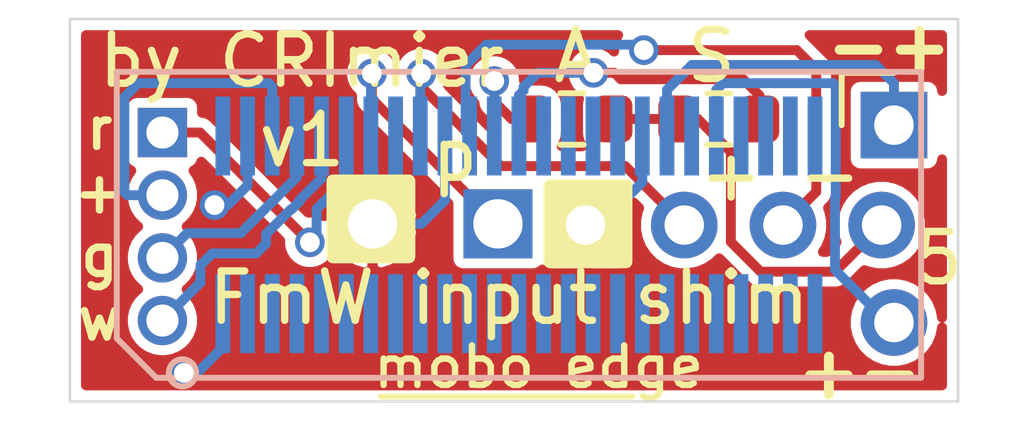
<source format=kicad_pcb>
(kicad_pcb (version 20171130) (host pcbnew 5.1.5+dfsg1-2build2)

  (general
    (thickness 1.6)
    (drawings 17)
    (tracks 113)
    (zones 0)
    (modules 7)
    (nets 49)
  )

  (page A4)
  (layers
    (0 F.Cu signal)
    (31 B.Cu signal)
    (32 B.Adhes user)
    (33 F.Adhes user)
    (34 B.Paste user)
    (35 F.Paste user)
    (36 B.SilkS user)
    (37 F.SilkS user)
    (38 B.Mask user)
    (39 F.Mask user)
    (40 Dwgs.User user)
    (41 Cmts.User user)
    (42 Eco1.User user)
    (43 Eco2.User user)
    (44 Edge.Cuts user)
    (45 Margin user)
    (46 B.CrtYd user)
    (47 F.CrtYd user)
    (48 B.Fab user)
    (49 F.Fab user)
  )

  (setup
    (last_trace_width 0.2)
    (trace_clearance 0.17)
    (zone_clearance 0.508)
    (zone_45_only no)
    (trace_min 0.2)
    (via_size 0.6)
    (via_drill 0.4)
    (via_min_size 0.4)
    (via_min_drill 0.3)
    (uvia_size 0.3)
    (uvia_drill 0.1)
    (uvias_allowed no)
    (uvia_min_size 0.2)
    (uvia_min_drill 0.1)
    (edge_width 0.05)
    (segment_width 0.2)
    (pcb_text_width 0.3)
    (pcb_text_size 1.5 1.5)
    (mod_edge_width 0.12)
    (mod_text_size 1 1)
    (mod_text_width 0.15)
    (pad_size 1.524 1.524)
    (pad_drill 0.762)
    (pad_to_mask_clearance 0.051)
    (solder_mask_min_width 0.25)
    (aux_axis_origin 162 96.25)
    (visible_elements FFFFF77F)
    (pcbplotparams
      (layerselection 0x010fc_ffffffff)
      (usegerberextensions true)
      (usegerberattributes false)
      (usegerberadvancedattributes false)
      (creategerberjobfile false)
      (excludeedgelayer true)
      (linewidth 0.100000)
      (plotframeref false)
      (viasonmask false)
      (mode 1)
      (useauxorigin true)
      (hpglpennumber 1)
      (hpglpenspeed 20)
      (hpglpendiameter 15.000000)
      (psnegative false)
      (psa4output false)
      (plotreference false)
      (plotvalue false)
      (plotinvisibletext false)
      (padsonsilk false)
      (subtractmaskfromsilk true)
      (outputformat 1)
      (mirror false)
      (drillshape 0)
      (scaleselection 1)
      (outputdirectory "gerbers/"))
  )

  (net 0 "")
  (net 1 GND)
  (net 2 /KSI0)
  (net 3 /FPR_LED_COM_5V)
  (net 4 /KSI1)
  (net 5 /FPR_LED_G)
  (net 6 /KSI2)
  (net 7 /FPR_LED_W)
  (net 8 /KSI3)
  (net 9 /FPR_LED_R)
  (net 10 /KSI4)
  (net 11 /SWITCH)
  (net 12 /KSI5)
  (net 13 /FPR_CTRL)
  (net 14 /KSI6)
  (net 15 /USB_P)
  (net 16 /KSI7)
  (net 17 /KSO0)
  (net 18 /USB_N)
  (net 19 /KSO1)
  (net 20 /5VALW)
  (net 21 /KSO2)
  (net 22 /5VS)
  (net 23 /KSO3)
  (net 24 /TP_BOARD_ID)
  (net 25 /KSO4)
  (net 26 /TP_SDA)
  (net 27 /KSO5)
  (net 28 /TP_INT)
  (net 29 /KSO6)
  (net 30 /TP_SCL)
  (net 31 /KSO7)
  (net 32 /KSO8)
  (net 33 /KSO9)
  (net 34 /KSO10)
  (net 35 /KSO11)
  (net 36 /KSO12)
  (net 37 /CAPS_N)
  (net 38 /KSO13)
  (net 39 /KSO14)
  (net 40 /KSO15)
  (net 41 "Net-(J2-Pad1)")
  (net 42 /KBL_PN)
  (net 43 /KBL_NP)
  (net 44 /CAPS_P_5V)
  (net 45 "Net-(J4-Pad4)")
  (net 46 "Net-(J2-Pad20)")
  (net 47 "Net-(J2-Pad22)")
  (net 48 "Net-(J2-Pad25)")

  (net_class Default "This is the default net class."
    (clearance 0.17)
    (trace_width 0.2)
    (via_dia 0.6)
    (via_drill 0.4)
    (uvia_dia 0.3)
    (uvia_drill 0.1)
    (add_net /5VALW)
    (add_net /5VS)
    (add_net /CAPS_N)
    (add_net /CAPS_P_5V)
    (add_net /FPR_CTRL)
    (add_net /FPR_LED_COM_5V)
    (add_net /FPR_LED_G)
    (add_net /FPR_LED_R)
    (add_net /FPR_LED_W)
    (add_net /KBL_NP)
    (add_net /KBL_PN)
    (add_net /KSI0)
    (add_net /KSI1)
    (add_net /KSI2)
    (add_net /KSI3)
    (add_net /KSI4)
    (add_net /KSI5)
    (add_net /KSI6)
    (add_net /KSI7)
    (add_net /KSO0)
    (add_net /KSO1)
    (add_net /KSO10)
    (add_net /KSO11)
    (add_net /KSO12)
    (add_net /KSO13)
    (add_net /KSO14)
    (add_net /KSO15)
    (add_net /KSO2)
    (add_net /KSO3)
    (add_net /KSO4)
    (add_net /KSO5)
    (add_net /KSO6)
    (add_net /KSO7)
    (add_net /KSO8)
    (add_net /KSO9)
    (add_net /SWITCH)
    (add_net /TP_BOARD_ID)
    (add_net /TP_INT)
    (add_net /TP_SCL)
    (add_net /TP_SDA)
    (add_net /USB_N)
    (add_net /USB_P)
    (add_net GND)
    (add_net "Net-(J2-Pad1)")
    (add_net "Net-(J2-Pad20)")
    (add_net "Net-(J2-Pad22)")
    (add_net "Net-(J2-Pad25)")
    (add_net "Net-(J4-Pad4)")
  )

  (module Connector_PinHeader_2.00mm:PinHeader_1x04_P2.00mm_Vertical (layer F.Cu) (tedit 627BA4C9) (tstamp 627BA055)
    (at 154.45 100.425 90)
    (descr "Through hole straight pin header, 1x04, 2.00mm pitch, single row")
    (tags "Through hole pin header THT 1x04 2.00mm single row")
    (path /62797D69)
    (fp_text reference J4 (at 0 -2.06 90) (layer F.SilkS) hide
      (effects (font (size 1 1) (thickness 0.15)))
    )
    (fp_text value USB (at 0 8.06 90) (layer F.Fab)
      (effects (font (size 1 1) (thickness 0.15)))
    )
    (fp_line (start -0.5 -1) (end 1 -1) (layer F.Fab) (width 0.1))
    (fp_line (start 1 -1) (end 1 7) (layer F.Fab) (width 0.1))
    (fp_line (start 1 7) (end -1 7) (layer F.Fab) (width 0.1))
    (fp_line (start -1 7) (end -1 -0.5) (layer F.Fab) (width 0.1))
    (fp_line (start -1 -0.5) (end -0.5 -1) (layer F.Fab) (width 0.1))
    (fp_line (start -1.5 -1.5) (end -1.5 7.5) (layer F.CrtYd) (width 0.05))
    (fp_line (start -1.5 7.5) (end 1.5 7.5) (layer F.CrtYd) (width 0.05))
    (fp_line (start 1.5 7.5) (end 1.5 -1.5) (layer F.CrtYd) (width 0.05))
    (fp_line (start 1.5 -1.5) (end -1.5 -1.5) (layer F.CrtYd) (width 0.05))
    (fp_text user %R (at 0 3 180) (layer F.Fab)
      (effects (font (size 1 1) (thickness 0.15)))
    )
    (pad 1 thru_hole rect (at 0 0 90) (size 1.35 1.35) (drill 0.8) (layers *.Cu *.Mask)
      (net 1 GND))
    (pad 2 thru_hole oval (at 0 2 90) (size 1.35 1.35) (drill 0.8) (layers *.Cu *.Mask)
      (net 15 /USB_P))
    (pad 3 thru_hole oval (at 0 4 90) (size 1.35 1.35) (drill 0.8) (layers *.Cu *.Mask)
      (net 18 /USB_N))
    (pad 4 thru_hole oval (at 0 6 90) (size 1.35 1.35) (drill 0.8) (layers *.Cu *.Mask)
      (net 45 "Net-(J4-Pad4)"))
  )

  (module Connector_PinHeader_1.27mm:PinHeader_1x04_P1.27mm_Vertical (layer F.Cu) (tedit 627BA47F) (tstamp 627B9FAB)
    (at 145.875 98.55)
    (descr "Through hole straight pin header, 1x04, 1.27mm pitch, single row")
    (tags "Through hole pin header THT 1x04 1.27mm single row")
    (path /62798E97)
    (fp_text reference J1 (at 0 -1.695) (layer F.SilkS) hide
      (effects (font (size 1 1) (thickness 0.15)))
    )
    (fp_text value FPR_LED (at 0 5.505) (layer F.Fab)
      (effects (font (size 1 1) (thickness 0.15)))
    )
    (fp_text user %R (at 0 1.905 90) (layer F.Fab)
      (effects (font (size 1 1) (thickness 0.15)))
    )
    (fp_line (start 1.55 -1.15) (end -1.55 -1.15) (layer F.CrtYd) (width 0.05))
    (fp_line (start 1.55 4.95) (end 1.55 -1.15) (layer F.CrtYd) (width 0.05))
    (fp_line (start -1.55 4.95) (end 1.55 4.95) (layer F.CrtYd) (width 0.05))
    (fp_line (start -1.55 -1.15) (end -1.55 4.95) (layer F.CrtYd) (width 0.05))
    (fp_line (start -1.05 -0.11) (end -0.525 -0.635) (layer F.Fab) (width 0.1))
    (fp_line (start -1.05 4.445) (end -1.05 -0.11) (layer F.Fab) (width 0.1))
    (fp_line (start 1.05 4.445) (end -1.05 4.445) (layer F.Fab) (width 0.1))
    (fp_line (start 1.05 -0.635) (end 1.05 4.445) (layer F.Fab) (width 0.1))
    (fp_line (start -0.525 -0.635) (end 1.05 -0.635) (layer F.Fab) (width 0.1))
    (pad 4 thru_hole oval (at 0 3.81) (size 1 1) (drill 0.65) (layers *.Cu *.Mask)
      (net 7 /FPR_LED_W))
    (pad 3 thru_hole oval (at 0 2.54) (size 1 1) (drill 0.65) (layers *.Cu *.Mask)
      (net 5 /FPR_LED_G))
    (pad 2 thru_hole oval (at 0 1.27) (size 1 1) (drill 0.65) (layers *.Cu *.Mask)
      (net 3 /FPR_LED_COM_5V))
    (pad 1 thru_hole rect (at 0 0) (size 1 1) (drill 0.65) (layers *.Cu *.Mask)
      (net 9 /FPR_LED_R))
    (model ${KISYS3DMOD}/LED_THT.3dshapes/LED_D5.0mm-4_RGB.step
      (at (xyz 0 0 0))
      (scale (xyz 1 1 1))
      (rotate (xyz 0 0 90))
    )
  )

  (module Connector_PinHeader_2.54mm:PinHeader_1x02_P2.54mm_Vertical (layer F.Cu) (tedit 627B9D77) (tstamp 627C1DB4)
    (at 152.675 100.4 270)
    (descr "Through hole straight pin header, 1x02, 2.54mm pitch, single row")
    (tags "Through hole pin header THT 1x02 2.54mm single row")
    (path /62794A5A)
    (fp_text reference J3 (at 0 -2.33 90) (layer F.SilkS) hide
      (effects (font (size 1 1) (thickness 0.15)))
    )
    (fp_text value PWRSW (at 0 4.87 90) (layer F.Fab)
      (effects (font (size 1 1) (thickness 0.15)))
    )
    (fp_line (start -0.635 -1.27) (end 1.27 -1.27) (layer F.Fab) (width 0.1))
    (fp_line (start 1.27 -1.27) (end 1.27 3.81) (layer F.Fab) (width 0.1))
    (fp_line (start 1.27 3.81) (end -1.27 3.81) (layer F.Fab) (width 0.1))
    (fp_line (start -1.27 3.81) (end -1.27 -0.635) (layer F.Fab) (width 0.1))
    (fp_line (start -1.27 -0.635) (end -0.635 -1.27) (layer F.Fab) (width 0.1))
    (fp_line (start -1.8 -1.8) (end -1.8 4.35) (layer F.CrtYd) (width 0.05))
    (fp_line (start -1.8 4.35) (end 1.8 4.35) (layer F.CrtYd) (width 0.05))
    (fp_line (start 1.8 4.35) (end 1.8 -1.8) (layer F.CrtYd) (width 0.05))
    (fp_line (start 1.8 -1.8) (end -1.8 -1.8) (layer F.CrtYd) (width 0.05))
    (fp_text user %R (at 0 1.27) (layer F.Fab)
      (effects (font (size 1 1) (thickness 0.15)))
    )
    (pad 1 thru_hole rect (at 0 0 270) (size 1.4 1.4) (drill 1) (layers *.Cu *.Mask)
      (net 11 /SWITCH))
    (pad 2 thru_hole oval (at 0 2.54 270) (size 1.4 1.4) (drill 1) (layers *.Cu *.Mask)
      (net 1 GND))
    (model ${KISYS3DMOD}/Connector_PinHeader_2.54mm.3dshapes/PinHeader_1x02_P2.54mm_Vertical.wrl
      (at (xyz 0 0 0))
      (scale (xyz 1 1 1))
      (rotate (xyz 0 0 0))
    )
  )

  (module Connector_PinHeader_2.00mm:PinHeader_1x02_P2.00mm_Vertical (layer F.Cu) (tedit 627B9C97) (tstamp 627BA081)
    (at 160.7 98.4)
    (descr "Through hole straight pin header, 1x02, 2.00mm pitch, single row")
    (tags "Through hole pin header THT 1x02 2.00mm single row")
    (path /627B74CA)
    (fp_text reference J6 (at 0 -2.06) (layer F.SilkS) hide
      (effects (font (size 1 1) (thickness 0.15)))
    )
    (fp_text value KBL (at 0 4.06) (layer F.Fab)
      (effects (font (size 1 1) (thickness 0.15)))
    )
    (fp_line (start -0.5 -1) (end 1 -1) (layer F.Fab) (width 0.1))
    (fp_line (start 1 -1) (end 1 3) (layer F.Fab) (width 0.1))
    (fp_line (start 1 3) (end -1 3) (layer F.Fab) (width 0.1))
    (fp_line (start -1 3) (end -1 -0.5) (layer F.Fab) (width 0.1))
    (fp_line (start -1 -0.5) (end -0.5 -1) (layer F.Fab) (width 0.1))
    (fp_line (start -1.06 0) (end -1.06 -1.06) (layer F.SilkS) (width 0.12))
    (fp_line (start -1.06 -1.06) (end 0 -1.06) (layer F.SilkS) (width 0.12))
    (fp_line (start -1.5 -1.5) (end -1.5 3.5) (layer F.CrtYd) (width 0.05))
    (fp_line (start -1.5 3.5) (end 1.5 3.5) (layer F.CrtYd) (width 0.05))
    (fp_line (start 1.5 3.5) (end 1.5 -1.5) (layer F.CrtYd) (width 0.05))
    (fp_line (start 1.5 -1.5) (end -1.5 -1.5) (layer F.CrtYd) (width 0.05))
    (fp_text user %R (at 0 1 90) (layer F.Fab)
      (effects (font (size 1 1) (thickness 0.15)))
    )
    (pad 1 thru_hole rect (at 0 0) (size 1.35 1.35) (drill 0.8) (layers *.Cu *.Mask)
      (net 43 /KBL_NP))
    (pad 2 thru_hole oval (at 0 4) (size 1.35 1.35) (drill 0.8) (layers *.Cu *.Mask)
      (net 42 /KBL_PN))
  )

  (module framework_input_brkt:Amphenol_10156001 (layer B.Cu) (tedit 627B9B67) (tstamp 627BA317)
    (at 153.1 100.42)
    (path /627884F8)
    (attr smd)
    (fp_text reference J2 (at -9 -0.1 -90) (layer B.SilkS) hide
      (effects (font (size 1 1) (thickness 0.15)) (justify mirror))
    )
    (fp_text value input_conn (at 0 0) (layer B.Fab)
      (effects (font (size 1 1) (thickness 0.15)) (justify mirror))
    )
    (fp_line (start -7.35 3.1) (end -8.15 2.3) (layer B.SilkS) (width 0.12))
    (fp_line (start -8.15 -3.1) (end -8.15 2.3) (layer B.SilkS) (width 0.12))
    (fp_line (start -7.35 3.1) (end 8.15 3.1) (layer B.SilkS) (width 0.12))
    (fp_line (start 8.15 3.1) (end 8.15 -3.1) (layer B.SilkS) (width 0.12))
    (fp_line (start 8.15 -3.1) (end -8.15 -3.1) (layer B.SilkS) (width 0.12))
    (fp_line (start -6.4 2.85) (end 6.4 2.85) (layer B.CrtYd) (width 0.05))
    (fp_line (start 6.4 2.85) (end 6.4 -2.85) (layer B.CrtYd) (width 0.05))
    (fp_line (start 6.4 -2.85) (end -6.4 -2.85) (layer B.CrtYd) (width 0.05))
    (fp_line (start -6.4 -2.85) (end -6.4 2.85) (layer B.CrtYd) (width 0.05))
    (pad 50 smd rect (at -6 1.8) (size 0.3 1.6) (layers B.Cu B.Paste B.Mask)
      (net 1 GND))
    (pad 1 smd rect (at -6 -1.8) (size 0.3 1.6) (layers B.Cu B.Paste B.Mask)
      (net 41 "Net-(J2-Pad1)"))
    (pad 49 smd rect (at -5.5 1.8) (size 0.3 1.6) (layers B.Cu B.Paste B.Mask)
      (net 2 /KSI0))
    (pad 2 smd rect (at -5.5 -1.8) (size 0.3 1.6) (layers B.Cu B.Paste B.Mask)
      (net 1 GND))
    (pad 48 smd rect (at -5 1.8) (size 0.3 1.6) (layers B.Cu B.Paste B.Mask)
      (net 4 /KSI1))
    (pad 3 smd rect (at -5 -1.8) (size 0.3 1.6) (layers B.Cu B.Paste B.Mask)
      (net 3 /FPR_LED_COM_5V))
    (pad 47 smd rect (at -4.5 1.8) (size 0.3 1.6) (layers B.Cu B.Paste B.Mask)
      (net 6 /KSI2))
    (pad 4 smd rect (at -4.5 -1.8) (size 0.3 1.6) (layers B.Cu B.Paste B.Mask)
      (net 5 /FPR_LED_G))
    (pad 46 smd rect (at -4 1.8) (size 0.3 1.6) (layers B.Cu B.Paste B.Mask)
      (net 8 /KSI3))
    (pad 5 smd rect (at -4 -1.8) (size 0.3 1.6) (layers B.Cu B.Paste B.Mask)
      (net 7 /FPR_LED_W))
    (pad 45 smd rect (at -3.5 1.8) (size 0.3 1.6) (layers B.Cu B.Paste B.Mask)
      (net 10 /KSI4))
    (pad 6 smd rect (at -3.5 -1.8) (size 0.3 1.6) (layers B.Cu B.Paste B.Mask)
      (net 9 /FPR_LED_R))
    (pad 44 smd rect (at -3 1.8) (size 0.3 1.6) (layers B.Cu B.Paste B.Mask)
      (net 12 /KSI5))
    (pad 7 smd rect (at -3 -1.8) (size 0.3 1.6) (layers B.Cu B.Paste B.Mask)
      (net 11 /SWITCH))
    (pad 43 smd rect (at -2.5 1.8) (size 0.3 1.6) (layers B.Cu B.Paste B.Mask)
      (net 14 /KSI6))
    (pad 8 smd rect (at -2.5 -1.8) (size 0.3 1.6) (layers B.Cu B.Paste B.Mask)
      (net 13 /FPR_CTRL))
    (pad 42 smd rect (at -2 1.8) (size 0.3 1.6) (layers B.Cu B.Paste B.Mask)
      (net 16 /KSI7))
    (pad 9 smd rect (at -2 -1.8) (size 0.3 1.6) (layers B.Cu B.Paste B.Mask)
      (net 15 /USB_P))
    (pad 41 smd rect (at -1.5 1.8) (size 0.3 1.6) (layers B.Cu B.Paste B.Mask)
      (net 17 /KSO0))
    (pad 10 smd rect (at -1.5 -1.8) (size 0.3 1.6) (layers B.Cu B.Paste B.Mask)
      (net 1 GND))
    (pad 40 smd rect (at -1 1.8) (size 0.3 1.6) (layers B.Cu B.Paste B.Mask)
      (net 19 /KSO1))
    (pad 11 smd rect (at -1 -1.8) (size 0.3 1.6) (layers B.Cu B.Paste B.Mask)
      (net 18 /USB_N))
    (pad 39 smd rect (at -0.5 1.8) (size 0.3 1.6) (layers B.Cu B.Paste B.Mask)
      (net 21 /KSO2))
    (pad 12 smd rect (at -0.5 -1.8) (size 0.3 1.6) (layers B.Cu B.Paste B.Mask)
      (net 20 /5VALW))
    (pad 38 smd rect (at 0 1.8) (size 0.3 1.6) (layers B.Cu B.Paste B.Mask)
      (net 23 /KSO3))
    (pad 13 smd rect (at 0 -1.8) (size 0.3 1.6) (layers B.Cu B.Paste B.Mask)
      (net 22 /5VS))
    (pad 37 smd rect (at 0.5 1.8) (size 0.3 1.6) (layers B.Cu B.Paste B.Mask)
      (net 25 /KSO4))
    (pad 14 smd rect (at 0.5 -1.8) (size 0.3 1.6) (layers B.Cu B.Paste B.Mask)
      (net 24 /TP_BOARD_ID))
    (pad 36 smd rect (at 1 1.8) (size 0.3 1.6) (layers B.Cu B.Paste B.Mask)
      (net 27 /KSO5))
    (pad 15 smd rect (at 1 -1.8) (size 0.3 1.6) (layers B.Cu B.Paste B.Mask)
      (net 26 /TP_SDA))
    (pad 35 smd rect (at 1.5 1.8) (size 0.3 1.6) (layers B.Cu B.Paste B.Mask)
      (net 29 /KSO6))
    (pad 16 smd rect (at 1.5 -1.8) (size 0.3 1.6) (layers B.Cu B.Paste B.Mask)
      (net 28 /TP_INT))
    (pad 34 smd rect (at 2 1.8) (size 0.3 1.6) (layers B.Cu B.Paste B.Mask)
      (net 31 /KSO7))
    (pad 17 smd rect (at 2 -1.8) (size 0.3 1.6) (layers B.Cu B.Paste B.Mask)
      (net 30 /TP_SCL))
    (pad 33 smd rect (at 2.5 1.8) (size 0.3 1.6) (layers B.Cu B.Paste B.Mask)
      (net 32 /KSO8))
    (pad 18 smd rect (at 2.5 -1.8) (size 0.3 1.6) (layers B.Cu B.Paste B.Mask)
      (net 1 GND))
    (pad 32 smd rect (at 3 1.8) (size 0.3 1.6) (layers B.Cu B.Paste B.Mask)
      (net 33 /KSO9))
    (pad 19 smd rect (at 3 -1.8) (size 0.3 1.6) (layers B.Cu B.Paste B.Mask)
      (net 43 /KBL_NP))
    (pad 31 smd rect (at 3.5 1.8) (size 0.3 1.6) (layers B.Cu B.Paste B.Mask)
      (net 34 /KSO10))
    (pad 20 smd rect (at 3.5 -1.8) (size 0.3 1.6) (layers B.Cu B.Paste B.Mask)
      (net 46 "Net-(J2-Pad20)"))
    (pad 30 smd rect (at 4 1.8) (size 0.3 1.6) (layers B.Cu B.Paste B.Mask)
      (net 35 /KSO11))
    (pad 21 smd rect (at 4 -1.8) (size 0.3 1.6) (layers B.Cu B.Paste B.Mask)
      (net 42 /KBL_PN))
    (pad 29 smd rect (at 4.5 1.8) (size 0.3 1.6) (layers B.Cu B.Paste B.Mask)
      (net 36 /KSO12))
    (pad 22 smd rect (at 4.5 -1.8) (size 0.3 1.6) (layers B.Cu B.Paste B.Mask)
      (net 47 "Net-(J2-Pad22)"))
    (pad 28 smd rect (at 5 1.8) (size 0.3 1.6) (layers B.Cu B.Paste B.Mask)
      (net 38 /KSO13))
    (pad 23 smd rect (at 5 -1.8) (size 0.3 1.6) (layers B.Cu B.Paste B.Mask)
      (net 37 /CAPS_N))
    (pad 27 smd rect (at 5.5 1.8) (size 0.3 1.6) (layers B.Cu B.Paste B.Mask)
      (net 39 /KSO14))
    (pad 24 smd rect (at 5.5 -1.8) (size 0.3 1.6) (layers B.Cu B.Paste B.Mask)
      (net 44 /CAPS_P_5V))
    (pad 26 smd rect (at 6 1.8) (size 0.3 1.6) (layers B.Cu B.Paste B.Mask)
      (net 40 /KSO15))
    (pad 25 smd rect (at 6 -1.8) (size 0.3 1.6) (layers B.Cu B.Paste B.Mask)
      (net 48 "Net-(J2-Pad25)"))
  )

  (module Resistor_SMD:R_0603_1608Metric (layer F.Cu) (tedit 5F68FEEE) (tstamp 627BA0A3)
    (at 154.175 98.275 180)
    (descr "Resistor SMD 0603 (1608 Metric), square (rectangular) end terminal, IPC_7351 nominal, (Body size source: IPC-SM-782 page 72, https://www.pcb-3d.com/wordpress/wp-content/uploads/ipc-sm-782a_amendment_1_and_2.pdf), generated with kicad-footprint-generator")
    (tags resistor)
    (path /627A825A)
    (attr smd)
    (fp_text reference R2 (at 0 -1.43) (layer F.SilkS) hide
      (effects (font (size 1 1) (thickness 0.15)))
    )
    (fp_text value NC (at 0 1.43) (layer F.Fab)
      (effects (font (size 1 1) (thickness 0.15)))
    )
    (fp_line (start -0.8 0.4125) (end -0.8 -0.4125) (layer F.Fab) (width 0.1))
    (fp_line (start -0.8 -0.4125) (end 0.8 -0.4125) (layer F.Fab) (width 0.1))
    (fp_line (start 0.8 -0.4125) (end 0.8 0.4125) (layer F.Fab) (width 0.1))
    (fp_line (start 0.8 0.4125) (end -0.8 0.4125) (layer F.Fab) (width 0.1))
    (fp_line (start -0.237258 -0.5225) (end 0.237258 -0.5225) (layer F.SilkS) (width 0.12))
    (fp_line (start -0.237258 0.5225) (end 0.237258 0.5225) (layer F.SilkS) (width 0.12))
    (fp_line (start -1.48 0.73) (end -1.48 -0.73) (layer F.CrtYd) (width 0.05))
    (fp_line (start -1.48 -0.73) (end 1.48 -0.73) (layer F.CrtYd) (width 0.05))
    (fp_line (start 1.48 -0.73) (end 1.48 0.73) (layer F.CrtYd) (width 0.05))
    (fp_line (start 1.48 0.73) (end -1.48 0.73) (layer F.CrtYd) (width 0.05))
    (fp_text user %R (at 0 0) (layer F.Fab)
      (effects (font (size 0.4 0.4) (thickness 0.06)))
    )
    (pad 1 smd roundrect (at -0.825 0 180) (size 0.8 0.95) (layers F.Cu F.Paste F.Mask) (roundrect_rratio 0.25)
      (net 45 "Net-(J4-Pad4)"))
    (pad 2 smd roundrect (at 0.825 0 180) (size 0.8 0.95) (layers F.Cu F.Paste F.Mask) (roundrect_rratio 0.25)
      (net 20 /5VALW))
    (model ${KISYS3DMOD}/Resistor_SMD.3dshapes/R_0603_1608Metric.wrl
      (at (xyz 0 0 0))
      (scale (xyz 1 1 1))
      (rotate (xyz 0 0 0))
    )
  )

  (module Resistor_SMD:R_0603_1608Metric (layer F.Cu) (tedit 5F68FEEE) (tstamp 627BA092)
    (at 157.15 98.275 180)
    (descr "Resistor SMD 0603 (1608 Metric), square (rectangular) end terminal, IPC_7351 nominal, (Body size source: IPC-SM-782 page 72, https://www.pcb-3d.com/wordpress/wp-content/uploads/ipc-sm-782a_amendment_1_and_2.pdf), generated with kicad-footprint-generator")
    (tags resistor)
    (path /627AB405)
    (attr smd)
    (fp_text reference R1 (at 0 -1.43) (layer F.SilkS) hide
      (effects (font (size 1 1) (thickness 0.15)))
    )
    (fp_text value 0R (at 0 1.43) (layer F.Fab)
      (effects (font (size 1 1) (thickness 0.15)))
    )
    (fp_line (start -0.8 0.4125) (end -0.8 -0.4125) (layer F.Fab) (width 0.1))
    (fp_line (start -0.8 -0.4125) (end 0.8 -0.4125) (layer F.Fab) (width 0.1))
    (fp_line (start 0.8 -0.4125) (end 0.8 0.4125) (layer F.Fab) (width 0.1))
    (fp_line (start 0.8 0.4125) (end -0.8 0.4125) (layer F.Fab) (width 0.1))
    (fp_line (start -0.237258 -0.5225) (end 0.237258 -0.5225) (layer F.SilkS) (width 0.12))
    (fp_line (start -0.237258 0.5225) (end 0.237258 0.5225) (layer F.SilkS) (width 0.12))
    (fp_line (start -1.48 0.73) (end -1.48 -0.73) (layer F.CrtYd) (width 0.05))
    (fp_line (start -1.48 -0.73) (end 1.48 -0.73) (layer F.CrtYd) (width 0.05))
    (fp_line (start 1.48 -0.73) (end 1.48 0.73) (layer F.CrtYd) (width 0.05))
    (fp_line (start 1.48 0.73) (end -1.48 0.73) (layer F.CrtYd) (width 0.05))
    (fp_text user %R (at 0 0) (layer F.Fab)
      (effects (font (size 0.4 0.4) (thickness 0.06)))
    )
    (pad 1 smd roundrect (at -0.825 0 180) (size 0.8 0.95) (layers F.Cu F.Paste F.Mask) (roundrect_rratio 0.25)
      (net 22 /5VS))
    (pad 2 smd roundrect (at 0.825 0 180) (size 0.8 0.95) (layers F.Cu F.Paste F.Mask) (roundrect_rratio 0.25)
      (net 45 "Net-(J4-Pad4)"))
    (model ${KISYS3DMOD}/Resistor_SMD.3dshapes/R_0603_1608Metric.wrl
      (at (xyz 0 0 0))
      (scale (xyz 1 1 1))
      (rotate (xyz 0 0 0))
    )
  )

  (gr_line (start 150.3 103.9) (end 155.4 103.9) (layer F.SilkS) (width 0.12))
  (gr_text "mobo edge" (at 153.5 103.3) (layer F.SilkS)
    (effects (font (size 0.8 0.8) (thickness 0.13)))
  )
  (gr_text 5 (at 161.6 101.1) (layer F.SilkS)
    (effects (font (size 1 1) (thickness 0.15)))
  )
  (gr_text "+ -" (at 158.4 99.4) (layer F.SilkS)
    (effects (font (size 1 1) (thickness 0.15)))
  )
  (gr_text "r\n+\ng\nw" (at 144.6 100.4) (layer F.SilkS)
    (effects (font (size 0.8 0.8) (thickness 0.15)))
  )
  (gr_text p (at 151.8 99) (layer F.SilkS)
    (effects (font (size 1 1) (thickness 0.15)))
  )
  (gr_text -+ (at 160.6 96.8) (layer F.SilkS) (tstamp 627C3131)
    (effects (font (size 1 1) (thickness 0.2)))
  )
  (gr_text +- (at 160 103.4) (layer F.SilkS)
    (effects (font (size 1 1) (thickness 0.2)))
  )
  (gr_text S (at 157 97) (layer F.SilkS)
    (effects (font (size 1 1) (thickness 0.15)))
  )
  (gr_text A (at 154.25 97) (layer F.SilkS)
    (effects (font (size 1 1) (thickness 0.15)))
  )
  (gr_text "FmW input shim" (at 152.9 101.9) (layer F.SilkS)
    (effects (font (size 1 1) (thickness 0.15)))
  )
  (gr_text "by CRImier\nv1" (at 148.7 97.9) (layer F.SilkS)
    (effects (font (size 1 1) (thickness 0.15)))
  )
  (gr_line (start 144 96.25) (end 162 96.25) (layer Edge.Cuts) (width 0.05) (tstamp 627C283C))
  (gr_line (start 144 104) (end 144 96.25) (layer Edge.Cuts) (width 0.05))
  (gr_line (start 162 104) (end 144 104) (layer Edge.Cuts) (width 0.05))
  (gr_line (start 162 96.25) (end 162 104) (layer Edge.Cuts) (width 0.05))
  (gr_circle (center 146.28 103.42) (end 146.37 103.16) (layer B.SilkS) (width 0.12))

  (segment (start 150.1 100.175) (end 149.85 100.425) (width 0.25) (layer B.Cu) (net 1))
  (segment (start 154.731002 100.425) (end 154.45 100.425) (width 0.2) (layer B.Cu) (net 1))
  (segment (start 155.6 99.556002) (end 154.731002 100.425) (width 0.2) (layer B.Cu) (net 1))
  (segment (start 155.6 98.62) (end 155.6 99.556002) (width 0.2) (layer B.Cu) (net 1))
  (segment (start 151.124949 100.4) (end 150.135 100.4) (width 0.2) (layer B.Cu) (net 1))
  (segment (start 151.6 99.924949) (end 151.124949 100.4) (width 0.2) (layer B.Cu) (net 1))
  (segment (start 151.6 98.62) (end 151.6 99.924949) (width 0.2) (layer B.Cu) (net 1))
  (via (at 146.31 103.42) (size 0.6) (drill 0.4) (layers F.Cu B.Cu) (net 1))
  (via (at 146.93 100.02) (size 0.6) (drill 0.4) (layers F.Cu B.Cu) (net 1))
  (segment (start 147.2 100.02) (end 146.93 100.02) (width 0.2) (layer B.Cu) (net 1))
  (segment (start 147.6 99.62) (end 147.2 100.02) (width 0.2) (layer B.Cu) (net 1))
  (segment (start 147.6 98.62) (end 147.6 99.62) (width 0.2) (layer B.Cu) (net 1))
  (segment (start 146.58 103.42) (end 146.31 103.42) (width 0.2) (layer B.Cu) (net 1))
  (segment (start 147.1 102.9) (end 146.58 103.42) (width 0.2) (layer B.Cu) (net 1))
  (segment (start 147.1 102.22) (end 147.1 102.9) (width 0.2) (layer B.Cu) (net 1))
  (segment (start 145.167894 99.82) (end 145.875 99.82) (width 0.2) (layer B.Cu) (net 3))
  (segment (start 145.104999 99.757105) (end 145.167894 99.82) (width 0.2) (layer B.Cu) (net 3))
  (segment (start 145.388999 97.549999) (end 145.104999 97.833999) (width 0.2) (layer B.Cu) (net 3))
  (segment (start 148.029999 97.549999) (end 145.388999 97.549999) (width 0.2) (layer B.Cu) (net 3))
  (segment (start 145.104999 97.833999) (end 145.104999 99.757105) (width 0.2) (layer B.Cu) (net 3))
  (segment (start 148.1 97.62) (end 148.029999 97.549999) (width 0.2) (layer B.Cu) (net 3))
  (segment (start 148.1 98.62) (end 148.1 97.62) (width 0.2) (layer B.Cu) (net 3))
  (segment (start 148.6 98.62) (end 148.6 99.325) (width 0.2) (layer B.Cu) (net 5))
  (segment (start 147.46285 100.590001) (end 146.374999 100.590001) (width 0.2) (layer B.Cu) (net 5))
  (segment (start 146.374999 100.590001) (end 145.875 101.09) (width 0.2) (layer B.Cu) (net 5))
  (segment (start 148.6 99.452851) (end 147.46285 100.590001) (width 0.2) (layer B.Cu) (net 5))
  (segment (start 148.6 98.62) (end 148.6 99.452851) (width 0.2) (layer B.Cu) (net 5))
  (segment (start 149.1 98.62) (end 149.1 99.476124) (width 0.2) (layer B.Cu) (net 7))
  (segment (start 146.645001 101.238997) (end 146.645001 101.589999) (width 0.2) (layer B.Cu) (net 7))
  (segment (start 149.1 99.476124) (end 148.65 99.926124) (width 0.2) (layer B.Cu) (net 7))
  (segment (start 148.475 100.108398) (end 147.975 100.608398) (width 0.2) (layer B.Cu) (net 7))
  (segment (start 148.65 99.926124) (end 148.65 99.95) (width 0.2) (layer B.Cu) (net 7))
  (segment (start 147.975 100.8) (end 147.775 101) (width 0.2) (layer B.Cu) (net 7))
  (segment (start 146.645001 101.589999) (end 146.374999 101.860001) (width 0.2) (layer B.Cu) (net 7))
  (segment (start 148.65 99.95) (end 148.491602 100.108398) (width 0.2) (layer B.Cu) (net 7))
  (segment (start 148.491602 100.108398) (end 148.475 100.108398) (width 0.2) (layer B.Cu) (net 7))
  (segment (start 147.975 100.608398) (end 147.975 100.8) (width 0.2) (layer B.Cu) (net 7))
  (segment (start 146.883998 101) (end 146.645001 101.238997) (width 0.2) (layer B.Cu) (net 7))
  (segment (start 147.775 101) (end 146.883998 101) (width 0.2) (layer B.Cu) (net 7))
  (segment (start 146.374999 101.860001) (end 145.875 102.36) (width 0.2) (layer B.Cu) (net 7))
  (segment (start 149.6 98.85) (end 149.575001 98.874999) (width 0.25) (layer B.Cu) (net 9))
  (segment (start 149.6 98.62) (end 149.6 98.85) (width 0.25) (layer B.Cu) (net 9))
  (via (at 148.862797 100.774615) (size 0.6) (drill 0.4) (layers F.Cu B.Cu) (net 9))
  (segment (start 146.638182 98.55) (end 148.462798 100.374616) (width 0.2) (layer F.Cu) (net 9))
  (segment (start 145.875 98.55) (end 146.638182 98.55) (width 0.2) (layer F.Cu) (net 9))
  (segment (start 148.462798 100.374616) (end 148.862797 100.774615) (width 0.2) (layer F.Cu) (net 9))
  (segment (start 149 100.637412) (end 148.862797 100.774615) (width 0.2) (layer B.Cu) (net 9))
  (segment (start 149 100.099398) (end 149 100.637412) (width 0.2) (layer B.Cu) (net 9))
  (segment (start 149.6 99.499398) (end 149 100.099398) (width 0.2) (layer B.Cu) (net 9))
  (segment (start 149.6 98.62) (end 149.6 99.499398) (width 0.2) (layer B.Cu) (net 9))
  (via (at 150.118939 97.355995) (size 0.6) (drill 0.4) (layers F.Cu B.Cu) (net 11))
  (segment (start 150.1 97.374934) (end 150.118939 97.355995) (width 0.2) (layer B.Cu) (net 11))
  (segment (start 150.1 98.62) (end 150.1 97.374934) (width 0.2) (layer B.Cu) (net 11))
  (segment (start 152.65 100.4) (end 152.675 100.4) (width 0.2) (layer F.Cu) (net 11))
  (segment (start 150.118939 97.868939) (end 152.65 100.4) (width 0.2) (layer F.Cu) (net 11))
  (segment (start 150.118939 97.355995) (end 150.118939 97.868939) (width 0.2) (layer F.Cu) (net 11))
  (via (at 151.118916 97.356012) (size 0.6) (drill 0.4) (layers F.Cu B.Cu) (net 15))
  (segment (start 151.1 97.374928) (end 151.118916 97.356012) (width 0.2) (layer B.Cu) (net 15))
  (segment (start 151.1 98.62) (end 151.1 97.374928) (width 0.2) (layer B.Cu) (net 15))
  (segment (start 152.73 99.23) (end 151.118916 97.618916) (width 0.2) (layer F.Cu) (net 15))
  (segment (start 151.118916 97.618916) (end 151.118916 97.356012) (width 0.2) (layer F.Cu) (net 15))
  (segment (start 155.255 99.23) (end 152.73 99.23) (width 0.2) (layer F.Cu) (net 15))
  (segment (start 156.45 100.425) (end 155.255 99.23) (width 0.2) (layer F.Cu) (net 15))
  (segment (start 158.45 100.425) (end 159.124999 99.750001) (width 0.2) (layer F.Cu) (net 18))
  (segment (start 159.124999 99.750001) (end 159.124999 97.274999) (width 0.2) (layer F.Cu) (net 18))
  (via (at 155.63 96.88) (size 0.6) (drill 0.4) (layers F.Cu B.Cu) (net 18))
  (segment (start 158.73 96.88) (end 159.124999 97.274999) (width 0.2) (layer F.Cu) (net 18))
  (segment (start 155.63 96.88) (end 158.73 96.88) (width 0.2) (layer F.Cu) (net 18))
  (segment (start 155.52 96.77) (end 155.63 96.88) (width 0.2) (layer B.Cu) (net 18))
  (segment (start 152.436396 96.77) (end 155.52 96.77) (width 0.2) (layer B.Cu) (net 18))
  (segment (start 152.020001 97.186395) (end 152.436396 96.77) (width 0.2) (layer B.Cu) (net 18))
  (segment (start 152.020001 98.540001) (end 152.020001 97.186395) (width 0.2) (layer B.Cu) (net 18))
  (segment (start 152.1 98.62) (end 152.020001 98.540001) (width 0.2) (layer B.Cu) (net 18))
  (segment (start 152.95 98.275) (end 152.600001 97.925001) (width 0.2) (layer F.Cu) (net 20))
  (via (at 152.600001 97.506295) (size 0.6) (drill 0.4) (layers F.Cu B.Cu) (net 20))
  (segment (start 153.35 98.275) (end 152.95 98.275) (width 0.2) (layer F.Cu) (net 20))
  (segment (start 152.600001 97.925001) (end 152.600001 97.506295) (width 0.2) (layer F.Cu) (net 20))
  (segment (start 152.6 98.62) (end 152.600001 97.619999) (width 0.2) (layer B.Cu) (net 20))
  (segment (start 152.600001 97.619999) (end 152.600001 97.506295) (width 0.2) (layer B.Cu) (net 20))
  (segment (start 155.164254 97.47) (end 155.034264 97.34001) (width 0.2) (layer F.Cu) (net 22))
  (segment (start 157.645 97.47) (end 155.164254 97.47) (width 0.2) (layer F.Cu) (net 22))
  (segment (start 155.034264 97.34001) (end 154.61 97.34001) (width 0.2) (layer F.Cu) (net 22))
  (segment (start 157.975 97.8) (end 157.645 97.47) (width 0.2) (layer F.Cu) (net 22))
  (segment (start 157.975 98.275) (end 157.975 97.8) (width 0.2) (layer F.Cu) (net 22))
  (segment (start 154.185736 97.34001) (end 154.61 97.34001) (width 0.2) (layer B.Cu) (net 22))
  (segment (start 153.195002 97.623602) (end 153.478594 97.34001) (width 0.2) (layer B.Cu) (net 22))
  (segment (start 153.1 97.793604) (end 153.195002 97.698602) (width 0.2) (layer B.Cu) (net 22))
  (segment (start 153.1 98.62) (end 153.1 97.793604) (width 0.2) (layer B.Cu) (net 22))
  (via (at 154.61 97.34001) (size 0.6) (drill 0.4) (layers F.Cu B.Cu) (net 22))
  (segment (start 153.195002 97.698602) (end 153.195002 97.623602) (width 0.2) (layer B.Cu) (net 22))
  (segment (start 153.478594 97.34001) (end 154.185736 97.34001) (width 0.2) (layer B.Cu) (net 22))
  (segment (start 160.025001 101.850001) (end 160.7 102.525) (width 0.2) (layer B.Cu) (net 42))
  (segment (start 159.504999 99.870001) (end 159.504999 101.329999) (width 0.2) (layer B.Cu) (net 42))
  (segment (start 159.504999 101.329999) (end 160.025001 101.850001) (width 0.2) (layer B.Cu) (net 42))
  (segment (start 159.520001 99.854999) (end 159.504999 99.870001) (width 0.2) (layer B.Cu) (net 42))
  (segment (start 159.520001 97.603999) (end 159.520001 99.854999) (width 0.2) (layer B.Cu) (net 42))
  (segment (start 159.466001 97.549999) (end 159.520001 97.603999) (width 0.2) (layer B.Cu) (net 42))
  (segment (start 157.233999 97.549999) (end 159.466001 97.549999) (width 0.2) (layer B.Cu) (net 42))
  (segment (start 157.1 97.683998) (end 157.233999 97.549999) (width 0.2) (layer B.Cu) (net 42))
  (segment (start 157.1 98.62) (end 157.1 97.683998) (width 0.2) (layer B.Cu) (net 42))
  (segment (start 160.7 97.55) (end 160.7 98.525) (width 0.2) (layer B.Cu) (net 43))
  (segment (start 160.329989 97.179989) (end 160.7 97.55) (width 0.2) (layer B.Cu) (net 43))
  (segment (start 156.1 97.683998) (end 156.604009 97.179989) (width 0.2) (layer B.Cu) (net 43))
  (segment (start 156.604009 97.179989) (end 160.329989 97.179989) (width 0.2) (layer B.Cu) (net 43))
  (segment (start 156.1 98.62) (end 156.1 97.683998) (width 0.2) (layer B.Cu) (net 43))
  (segment (start 155 98.275) (end 156.325 98.275) (width 0.2) (layer F.Cu) (net 45))
  (segment (start 156.725 98.275) (end 157.395001 98.945001) (width 0.2) (layer F.Cu) (net 45))
  (segment (start 156.325 98.275) (end 156.725 98.275) (width 0.2) (layer F.Cu) (net 45))
  (segment (start 159.775001 101.099999) (end 160.45 100.425) (width 0.2) (layer F.Cu) (net 45))
  (segment (start 159.504999 101.370001) (end 159.775001 101.099999) (width 0.2) (layer F.Cu) (net 45))
  (segment (start 157.996399 101.370001) (end 159.504999 101.370001) (width 0.2) (layer F.Cu) (net 45))
  (segment (start 157.395001 100.768603) (end 157.996399 101.370001) (width 0.2) (layer F.Cu) (net 45))
  (segment (start 157.395001 98.945001) (end 157.395001 100.768603) (width 0.2) (layer F.Cu) (net 45))

  (zone (net 1) (net_name GND) (layer F.Cu) (tstamp 627C358A) (hatch edge 0.508)
    (connect_pads (clearance 0.2))
    (min_thickness 0.2)
    (fill yes (arc_segments 32) (thermal_gap 0.2) (thermal_bridge_width 0.21))
    (polygon
      (pts
        (xy 162 104) (xy 144 104) (xy 144 96.25) (xy 162 96.25)
      )
    )
    (filled_polygon
      (pts
        (xy 155.098287 96.595793) (xy 155.053058 96.704986) (xy 155.03 96.820905) (xy 155.03 96.911482) (xy 154.992478 96.87396)
        (xy 154.894207 96.808297) (xy 154.785014 96.763068) (xy 154.669095 96.74001) (xy 154.550905 96.74001) (xy 154.434986 96.763068)
        (xy 154.325793 96.808297) (xy 154.227522 96.87396) (xy 154.14395 96.957532) (xy 154.078287 97.055803) (xy 154.033058 97.164996)
        (xy 154.01 97.280915) (xy 154.01 97.399105) (xy 154.033058 97.515024) (xy 154.078287 97.624217) (xy 154.14395 97.722488)
        (xy 154.227522 97.80606) (xy 154.318832 97.867072) (xy 154.308184 97.902172) (xy 154.298549 98) (xy 154.298549 98.55)
        (xy 154.308184 98.647828) (xy 154.33672 98.741897) (xy 154.383059 98.828591) (xy 154.384215 98.83) (xy 153.965785 98.83)
        (xy 153.966941 98.828591) (xy 154.01328 98.741897) (xy 154.041816 98.647828) (xy 154.051451 98.55) (xy 154.051451 98)
        (xy 154.041816 97.902172) (xy 154.01328 97.808103) (xy 153.966941 97.721409) (xy 153.904579 97.645421) (xy 153.828591 97.583059)
        (xy 153.741897 97.53672) (xy 153.647828 97.508184) (xy 153.55 97.498549) (xy 153.200001 97.498549) (xy 153.200001 97.4472)
        (xy 153.176943 97.331281) (xy 153.131714 97.222088) (xy 153.066051 97.123817) (xy 152.982479 97.040245) (xy 152.884208 96.974582)
        (xy 152.775015 96.929353) (xy 152.659096 96.906295) (xy 152.540906 96.906295) (xy 152.424987 96.929353) (xy 152.315794 96.974582)
        (xy 152.217523 97.040245) (xy 152.133951 97.123817) (xy 152.068288 97.222088) (xy 152.023059 97.331281) (xy 152.000001 97.4472)
        (xy 152.000001 97.56539) (xy 152.023059 97.681309) (xy 152.068288 97.790502) (xy 152.133951 97.888773) (xy 152.201113 97.955935)
        (xy 152.205789 98.003414) (xy 152.228661 98.078814) (xy 152.265804 98.148303) (xy 152.31579 98.209212) (xy 152.331053 98.221738)
        (xy 152.648549 98.539235) (xy 152.648549 98.55) (xy 152.652139 98.586454) (xy 151.666819 97.601133) (xy 151.695858 97.531026)
        (xy 151.718916 97.415107) (xy 151.718916 97.296917) (xy 151.695858 97.180998) (xy 151.650629 97.071805) (xy 151.584966 96.973534)
        (xy 151.501394 96.889962) (xy 151.403123 96.824299) (xy 151.29393 96.77907) (xy 151.178011 96.756012) (xy 151.059821 96.756012)
        (xy 150.943902 96.77907) (xy 150.834709 96.824299) (xy 150.736438 96.889962) (xy 150.652866 96.973534) (xy 150.618933 97.024318)
        (xy 150.584989 96.973517) (xy 150.501417 96.889945) (xy 150.403146 96.824282) (xy 150.293953 96.779053) (xy 150.178034 96.755995)
        (xy 150.059844 96.755995) (xy 149.943925 96.779053) (xy 149.834732 96.824282) (xy 149.736461 96.889945) (xy 149.652889 96.973517)
        (xy 149.587226 97.071788) (xy 149.541997 97.180981) (xy 149.518939 97.2969) (xy 149.518939 97.41509) (xy 149.541997 97.531009)
        (xy 149.587226 97.640202) (xy 149.652889 97.738473) (xy 149.71894 97.804524) (xy 149.71894 97.849283) (xy 149.717004 97.868939)
        (xy 149.724727 97.947352) (xy 149.7476 98.022753) (xy 149.784742 98.092241) (xy 149.822204 98.137889) (xy 149.822207 98.137892)
        (xy 149.834729 98.15315) (xy 149.849987 98.165672) (xy 151.673549 99.989235) (xy 151.673549 101.1) (xy 151.679341 101.15881)
        (xy 151.696496 101.21536) (xy 151.724353 101.267477) (xy 151.761842 101.313158) (xy 151.807523 101.350647) (xy 151.85964 101.378504)
        (xy 151.91619 101.395659) (xy 151.975 101.401451) (xy 153.375 101.401451) (xy 153.43381 101.395659) (xy 153.49036 101.378504)
        (xy 153.542477 101.350647) (xy 153.574999 101.323957) (xy 153.607522 101.350648) (xy 153.659639 101.378505) (xy 153.71619 101.39566)
        (xy 153.775 101.401452) (xy 154.37 101.4) (xy 154.445 101.325) (xy 154.445 100.43) (xy 154.455 100.43)
        (xy 154.455 101.325) (xy 154.53 101.4) (xy 155.125 101.401452) (xy 155.18381 101.39566) (xy 155.240361 101.378505)
        (xy 155.292478 101.350648) (xy 155.338159 101.313159) (xy 155.375648 101.267478) (xy 155.403505 101.215361) (xy 155.42066 101.15881)
        (xy 155.426452 101.1) (xy 155.425 100.505) (xy 155.35 100.43) (xy 154.455 100.43) (xy 154.445 100.43)
        (xy 154.425 100.43) (xy 154.425 100.42) (xy 154.445 100.42) (xy 154.445 100.4) (xy 154.455 100.4)
        (xy 154.455 100.42) (xy 155.35 100.42) (xy 155.425 100.345) (xy 155.425923 99.966609) (xy 155.538081 100.078767)
        (xy 155.512468 100.140603) (xy 155.475 100.328971) (xy 155.475 100.521029) (xy 155.512468 100.709397) (xy 155.585966 100.886836)
        (xy 155.692668 101.046527) (xy 155.828473 101.182332) (xy 155.988164 101.289034) (xy 156.165603 101.362532) (xy 156.353971 101.4)
        (xy 156.546029 101.4) (xy 156.734397 101.362532) (xy 156.911836 101.289034) (xy 157.071527 101.182332) (xy 157.157286 101.096573)
        (xy 157.699666 101.638954) (xy 157.712188 101.654212) (xy 157.727446 101.666734) (xy 157.727448 101.666736) (xy 157.759381 101.692942)
        (xy 157.773096 101.704198) (xy 157.842585 101.741341) (xy 157.917985 101.764213) (xy 157.976752 101.770001) (xy 157.976762 101.770001)
        (xy 157.996398 101.771935) (xy 158.016034 101.770001) (xy 159.485353 101.770001) (xy 159.504999 101.771936) (xy 159.524645 101.770001)
        (xy 159.524646 101.770001) (xy 159.583413 101.764213) (xy 159.658813 101.741341) (xy 159.728302 101.704198) (xy 159.78921 101.654212)
        (xy 159.801736 101.638949) (xy 160.103767 101.336918) (xy 160.165603 101.362532) (xy 160.353971 101.4) (xy 160.546029 101.4)
        (xy 160.734397 101.362532) (xy 160.911836 101.289034) (xy 161.071527 101.182332) (xy 161.207332 101.046527) (xy 161.314034 100.886836)
        (xy 161.387532 100.709397) (xy 161.425 100.521029) (xy 161.425 100.328971) (xy 161.387532 100.140603) (xy 161.314034 99.963164)
        (xy 161.207332 99.803473) (xy 161.071527 99.667668) (xy 160.911836 99.560966) (xy 160.734397 99.487468) (xy 160.546029 99.45)
        (xy 160.353971 99.45) (xy 160.165603 99.487468) (xy 159.988164 99.560966) (xy 159.828473 99.667668) (xy 159.692668 99.803473)
        (xy 159.585966 99.963164) (xy 159.512468 100.140603) (xy 159.475 100.328971) (xy 159.475 100.521029) (xy 159.512468 100.709397)
        (xy 159.538082 100.771233) (xy 159.339314 100.970001) (xy 159.258465 100.970001) (xy 159.314034 100.886836) (xy 159.387532 100.709397)
        (xy 159.425 100.521029) (xy 159.425 100.328971) (xy 159.387532 100.140603) (xy 159.361919 100.078767) (xy 159.393953 100.046733)
        (xy 159.40921 100.034212) (xy 159.459196 99.973304) (xy 159.496339 99.903815) (xy 159.519211 99.828415) (xy 159.524999 99.769648)
        (xy 159.524999 99.769647) (xy 159.526934 99.750001) (xy 159.524999 99.730354) (xy 159.524999 97.294645) (xy 159.526934 97.274999)
        (xy 159.519211 97.196585) (xy 159.496339 97.121185) (xy 159.459196 97.051696) (xy 159.444521 97.033814) (xy 159.421734 97.006048)
        (xy 159.421732 97.006046) (xy 159.40921 96.990788) (xy 159.393952 96.978266) (xy 159.026737 96.611052) (xy 159.014211 96.595789)
        (xy 158.98888 96.575) (xy 161.675 96.575) (xy 161.675 97.710269) (xy 161.670659 97.66619) (xy 161.653504 97.60964)
        (xy 161.625647 97.557523) (xy 161.588158 97.511842) (xy 161.542477 97.474353) (xy 161.49036 97.446496) (xy 161.43381 97.429341)
        (xy 161.375 97.423549) (xy 160.025 97.423549) (xy 159.96619 97.429341) (xy 159.90964 97.446496) (xy 159.857523 97.474353)
        (xy 159.811842 97.511842) (xy 159.774353 97.557523) (xy 159.746496 97.60964) (xy 159.729341 97.66619) (xy 159.723549 97.725)
        (xy 159.723549 99.075) (xy 159.729341 99.13381) (xy 159.746496 99.19036) (xy 159.774353 99.242477) (xy 159.811842 99.288158)
        (xy 159.857523 99.325647) (xy 159.90964 99.353504) (xy 159.96619 99.370659) (xy 160.025 99.376451) (xy 161.375 99.376451)
        (xy 161.43381 99.370659) (xy 161.49036 99.353504) (xy 161.542477 99.325647) (xy 161.588158 99.288158) (xy 161.625647 99.242477)
        (xy 161.653504 99.19036) (xy 161.670659 99.13381) (xy 161.675 99.089729) (xy 161.675001 103.675) (xy 144.325 103.675)
        (xy 144.325 98.05) (xy 145.073549 98.05) (xy 145.073549 99.05) (xy 145.079341 99.10881) (xy 145.096496 99.16536)
        (xy 145.124353 99.217477) (xy 145.161842 99.263158) (xy 145.207523 99.300647) (xy 145.246093 99.321263) (xy 145.166049 99.441058)
        (xy 145.105743 99.586649) (xy 145.075 99.741207) (xy 145.075 99.898793) (xy 145.105743 100.053351) (xy 145.166049 100.198942)
        (xy 145.253599 100.32997) (xy 145.36503 100.441401) (xy 145.385382 100.455) (xy 145.36503 100.468599) (xy 145.253599 100.58003)
        (xy 145.166049 100.711058) (xy 145.105743 100.856649) (xy 145.075 101.011207) (xy 145.075 101.168793) (xy 145.105743 101.323351)
        (xy 145.166049 101.468942) (xy 145.253599 101.59997) (xy 145.36503 101.711401) (xy 145.385382 101.725) (xy 145.36503 101.738599)
        (xy 145.253599 101.85003) (xy 145.166049 101.981058) (xy 145.105743 102.126649) (xy 145.075 102.281207) (xy 145.075 102.438793)
        (xy 145.105743 102.593351) (xy 145.166049 102.738942) (xy 145.253599 102.86997) (xy 145.36503 102.981401) (xy 145.496058 103.068951)
        (xy 145.641649 103.129257) (xy 145.796207 103.16) (xy 145.953793 103.16) (xy 146.108351 103.129257) (xy 146.253942 103.068951)
        (xy 146.38497 102.981401) (xy 146.496401 102.86997) (xy 146.583951 102.738942) (xy 146.644257 102.593351) (xy 146.675 102.438793)
        (xy 146.675 102.303971) (xy 159.725 102.303971) (xy 159.725 102.496029) (xy 159.762468 102.684397) (xy 159.835966 102.861836)
        (xy 159.942668 103.021527) (xy 160.078473 103.157332) (xy 160.238164 103.264034) (xy 160.415603 103.337532) (xy 160.603971 103.375)
        (xy 160.796029 103.375) (xy 160.984397 103.337532) (xy 161.161836 103.264034) (xy 161.321527 103.157332) (xy 161.457332 103.021527)
        (xy 161.564034 102.861836) (xy 161.637532 102.684397) (xy 161.675 102.496029) (xy 161.675 102.303971) (xy 161.637532 102.115603)
        (xy 161.564034 101.938164) (xy 161.457332 101.778473) (xy 161.321527 101.642668) (xy 161.161836 101.535966) (xy 160.984397 101.462468)
        (xy 160.796029 101.425) (xy 160.603971 101.425) (xy 160.415603 101.462468) (xy 160.238164 101.535966) (xy 160.078473 101.642668)
        (xy 159.942668 101.778473) (xy 159.835966 101.938164) (xy 159.762468 102.115603) (xy 159.725 102.303971) (xy 146.675 102.303971)
        (xy 146.675 102.281207) (xy 146.644257 102.126649) (xy 146.583951 101.981058) (xy 146.496401 101.85003) (xy 146.38497 101.738599)
        (xy 146.364618 101.725) (xy 146.38497 101.711401) (xy 146.496401 101.59997) (xy 146.583951 101.468942) (xy 146.644257 101.323351)
        (xy 146.675 101.168793) (xy 146.675 101.011207) (xy 146.644257 100.856649) (xy 146.583951 100.711058) (xy 146.496401 100.58003)
        (xy 146.38497 100.468599) (xy 146.364618 100.455) (xy 146.38497 100.441401) (xy 146.496401 100.32997) (xy 146.583951 100.198942)
        (xy 146.644257 100.053351) (xy 146.675 99.898793) (xy 146.675 99.741207) (xy 146.644257 99.586649) (xy 146.583951 99.441058)
        (xy 146.503907 99.321263) (xy 146.542477 99.300647) (xy 146.588158 99.263158) (xy 146.625647 99.217477) (xy 146.653504 99.16536)
        (xy 146.6615 99.139003) (xy 148.262797 100.7403) (xy 148.262797 100.83371) (xy 148.285855 100.949629) (xy 148.331084 101.058822)
        (xy 148.396747 101.157093) (xy 148.480319 101.240665) (xy 148.57859 101.306328) (xy 148.687783 101.351557) (xy 148.803702 101.374615)
        (xy 148.921892 101.374615) (xy 149.037811 101.351557) (xy 149.147004 101.306328) (xy 149.245275 101.240665) (xy 149.328847 101.157093)
        (xy 149.390541 101.064762) (xy 149.404081 101.082465) (xy 149.551268 101.211947) (xy 149.720887 101.310226) (xy 149.90642 101.373526)
        (xy 149.973629 101.386893) (xy 150.13 101.324986) (xy 150.13 100.405) (xy 150.14 100.405) (xy 150.14 101.324986)
        (xy 150.296371 101.386893) (xy 150.36358 101.373526) (xy 150.549113 101.310226) (xy 150.718732 101.211947) (xy 150.865919 101.082465)
        (xy 150.985017 100.926756) (xy 151.071449 100.750804) (xy 151.121894 100.561371) (xy 151.059988 100.405) (xy 150.14 100.405)
        (xy 150.13 100.405) (xy 150.11 100.405) (xy 150.11 100.395) (xy 150.13 100.395) (xy 150.13 99.475014)
        (xy 150.14 99.475014) (xy 150.14 100.395) (xy 151.059988 100.395) (xy 151.121894 100.238629) (xy 151.071449 100.049196)
        (xy 150.985017 99.873244) (xy 150.865919 99.717535) (xy 150.718732 99.588053) (xy 150.549113 99.489774) (xy 150.36358 99.426474)
        (xy 150.296371 99.413107) (xy 150.14 99.475014) (xy 150.13 99.475014) (xy 149.973629 99.413107) (xy 149.90642 99.426474)
        (xy 149.720887 99.489774) (xy 149.551268 99.588053) (xy 149.404081 99.717535) (xy 149.284983 99.873244) (xy 149.198551 100.049196)
        (xy 149.148106 100.238629) (xy 149.150802 100.24544) (xy 149.147004 100.242902) (xy 149.037811 100.197673) (xy 148.921892 100.174615)
        (xy 148.828482 100.174615) (xy 146.934919 98.281052) (xy 146.922393 98.265789) (xy 146.861485 98.215803) (xy 146.791996 98.17866)
        (xy 146.716596 98.155788) (xy 146.676451 98.151834) (xy 146.676451 98.05) (xy 146.670659 97.99119) (xy 146.653504 97.93464)
        (xy 146.625647 97.882523) (xy 146.588158 97.836842) (xy 146.542477 97.799353) (xy 146.49036 97.771496) (xy 146.43381 97.754341)
        (xy 146.375 97.748549) (xy 145.375 97.748549) (xy 145.31619 97.754341) (xy 145.25964 97.771496) (xy 145.207523 97.799353)
        (xy 145.161842 97.836842) (xy 145.124353 97.882523) (xy 145.096496 97.93464) (xy 145.079341 97.99119) (xy 145.073549 98.05)
        (xy 144.325 98.05) (xy 144.325 96.575) (xy 155.112181 96.575)
      )
    )
  )
  (zone (net 0) (net_name "") (layer F.SilkS) (tstamp 627C3587) (hatch edge 0.508)
    (connect_pads (clearance 0.508))
    (min_thickness 0.254)
    (fill yes (arc_segments 32) (thermal_gap 0.508) (thermal_bridge_width 0.508))
    (polygon
      (pts
        (xy 151 101.2) (xy 149.2 101.2) (xy 149.2 99.4) (xy 151 99.4)
      )
    )
    (filled_polygon
      (pts
        (xy 150.873 101.073) (xy 149.327 101.073) (xy 149.327 99.527) (xy 150.873 99.527)
      )
    )
  )
  (zone (net 0) (net_name "") (layer F.SilkS) (tstamp 627C3584) (hatch edge 0.508)
    (connect_pads (clearance 0.508))
    (min_thickness 0.254)
    (fill yes (arc_segments 32) (thermal_gap 0.508) (thermal_bridge_width 0.508))
    (polygon
      (pts
        (xy 155.4 101.3) (xy 153.6 101.3) (xy 153.6 99.5) (xy 155.4 99.5)
      )
    )
    (filled_polygon
      (pts
        (xy 155.273 101.173) (xy 153.727 101.173) (xy 153.727 99.627) (xy 155.273 99.627)
      )
    )
  )
)

</source>
